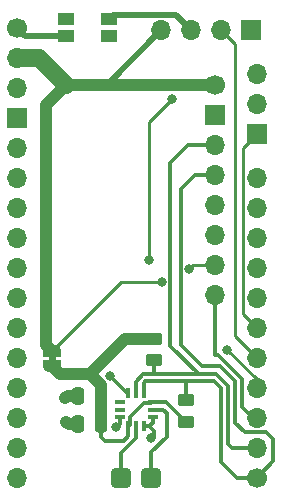
<source format=gbr>
%TF.GenerationSoftware,KiCad,Pcbnew,8.0.4*%
%TF.CreationDate,2024-08-29T19:37:46+02:00*%
%TF.ProjectId,wireless-wizard-wand,77697265-6c65-4737-932d-77697a617264,rev?*%
%TF.SameCoordinates,Original*%
%TF.FileFunction,Copper,L1,Top*%
%TF.FilePolarity,Positive*%
%FSLAX46Y46*%
G04 Gerber Fmt 4.6, Leading zero omitted, Abs format (unit mm)*
G04 Created by KiCad (PCBNEW 8.0.4) date 2024-08-29 19:37:46*
%MOMM*%
%LPD*%
G01*
G04 APERTURE LIST*
G04 Aperture macros list*
%AMRoundRect*
0 Rectangle with rounded corners*
0 $1 Rounding radius*
0 $2 $3 $4 $5 $6 $7 $8 $9 X,Y pos of 4 corners*
0 Add a 4 corners polygon primitive as box body*
4,1,4,$2,$3,$4,$5,$6,$7,$8,$9,$2,$3,0*
0 Add four circle primitives for the rounded corners*
1,1,$1+$1,$2,$3*
1,1,$1+$1,$4,$5*
1,1,$1+$1,$6,$7*
1,1,$1+$1,$8,$9*
0 Add four rect primitives between the rounded corners*
20,1,$1+$1,$2,$3,$4,$5,0*
20,1,$1+$1,$4,$5,$6,$7,0*
20,1,$1+$1,$6,$7,$8,$9,0*
20,1,$1+$1,$8,$9,$2,$3,0*%
%AMFreePoly0*
4,1,25,-0.850000,0.425000,-0.829199,0.556332,-0.768832,0.674809,-0.674809,0.768832,-0.556332,0.829199,-0.425000,0.850000,0.425000,0.850000,0.556332,0.829199,0.674809,0.768832,0.768832,0.674809,0.829199,0.556332,0.850000,0.425000,0.850000,-0.425000,0.829199,-0.556332,0.768832,-0.674809,0.674809,-0.768832,0.556332,-0.829199,0.425000,-0.850000,-0.425000,-0.850000,-0.556332,-0.829199,
-0.674809,-0.768832,-0.768832,-0.674809,-0.829199,-0.556332,-0.850000,-0.425000,-0.850000,0.425000,-0.850000,0.425000,$1*%
%AMFreePoly1*
4,1,19,0.500000,-0.750000,0.000000,-0.750000,0.000000,-0.744911,-0.071157,-0.744911,-0.207708,-0.704816,-0.327430,-0.627875,-0.420627,-0.520320,-0.479746,-0.390866,-0.500000,-0.250000,-0.500000,0.250000,-0.479746,0.390866,-0.420627,0.520320,-0.327430,0.627875,-0.207708,0.704816,-0.071157,0.744911,0.000000,0.744911,0.000000,0.750000,0.500000,0.750000,0.500000,-0.750000,0.500000,-0.750000,
$1*%
%AMFreePoly2*
4,1,19,0.000000,0.744911,0.071157,0.744911,0.207708,0.704816,0.327430,0.627875,0.420627,0.520320,0.479746,0.390866,0.500000,0.250000,0.500000,-0.250000,0.479746,-0.390866,0.420627,-0.520320,0.327430,-0.627875,0.207708,-0.704816,0.071157,-0.744911,0.000000,-0.744911,0.000000,-0.750000,-0.500000,-0.750000,-0.500000,0.750000,0.000000,0.750000,0.000000,0.744911,0.000000,0.744911,
$1*%
G04 Aperture macros list end*
%TA.AperFunction,EtchedComponent*%
%ADD10C,0.000000*%
%TD*%
%TA.AperFunction,ComponentPad*%
%ADD11R,1.700000X1.700000*%
%TD*%
%TA.AperFunction,ComponentPad*%
%ADD12O,1.700000X1.700000*%
%TD*%
%TA.AperFunction,SMDPad,CuDef*%
%ADD13RoundRect,0.250000X-0.450000X0.262500X-0.450000X-0.262500X0.450000X-0.262500X0.450000X0.262500X0*%
%TD*%
%TA.AperFunction,ComponentPad*%
%ADD14C,1.700000*%
%TD*%
%TA.AperFunction,SMDPad,CuDef*%
%ADD15RoundRect,0.250000X0.250000X0.475000X-0.250000X0.475000X-0.250000X-0.475000X0.250000X-0.475000X0*%
%TD*%
%TA.AperFunction,SMDPad,CuDef*%
%ADD16R,1.400000X1.050000*%
%TD*%
%TA.AperFunction,ComponentPad*%
%ADD17FreePoly0,270.000000*%
%TD*%
%TA.AperFunction,SMDPad,CuDef*%
%ADD18R,0.950000X0.350000*%
%TD*%
%TA.AperFunction,SMDPad,CuDef*%
%ADD19R,0.350000X0.950000*%
%TD*%
%TA.AperFunction,SMDPad,CuDef*%
%ADD20RoundRect,0.250000X0.450000X-0.262500X0.450000X0.262500X-0.450000X0.262500X-0.450000X-0.262500X0*%
%TD*%
%TA.AperFunction,SMDPad,CuDef*%
%ADD21FreePoly1,90.000000*%
%TD*%
%TA.AperFunction,SMDPad,CuDef*%
%ADD22FreePoly2,90.000000*%
%TD*%
%TA.AperFunction,ViaPad*%
%ADD23C,0.800000*%
%TD*%
%TA.AperFunction,Conductor*%
%ADD24C,1.000000*%
%TD*%
%TA.AperFunction,Conductor*%
%ADD25C,0.350000*%
%TD*%
%TA.AperFunction,Conductor*%
%ADD26C,0.500000*%
%TD*%
%TA.AperFunction,Conductor*%
%ADD27C,0.127000*%
%TD*%
%TA.AperFunction,Conductor*%
%ADD28C,0.250000*%
%TD*%
%TA.AperFunction,Conductor*%
%ADD29C,1.500000*%
%TD*%
G04 APERTURE END LIST*
D10*
%TA.AperFunction,EtchedComponent*%
%TO.C,JP1*%
G36*
X86700000Y-58500000D02*
G01*
X86100000Y-58500000D01*
X86100000Y-58000000D01*
X86700000Y-58000000D01*
X86700000Y-58500000D01*
G37*
%TD.AperFunction*%
%TD*%
D11*
%TO.P,J5,1,Pin_1*%
%TO.N,MIC_CLK*%
X103251000Y-30480000D03*
D12*
%TO.P,J5,2,Pin_2*%
%TO.N,MIC_DOUT*%
X100711000Y-30480000D03*
%TO.P,J5,3,Pin_3*%
%TO.N,GND*%
X98171000Y-30480000D03*
%TO.P,J5,4,Pin_4*%
%TO.N,+3.3V*%
X95631000Y-30480000D03*
%TD*%
D13*
%TO.P,R1,1*%
%TO.N,+3.3VA*%
X95000000Y-56600000D03*
%TO.P,R1,2*%
%TO.N,SCL*%
X95000000Y-58425000D03*
%TD*%
D14*
%TO.P,J2,1,Pin_1*%
%TO.N,SDA*%
X103700000Y-68360000D03*
D12*
%TO.P,J2,2,Pin_2*%
%TO.N,SCL*%
X103700000Y-65820000D03*
%TO.P,J2,3,Pin_3*%
%TO.N,P1.08*%
X103700000Y-63280000D03*
%TO.P,J2,4,Pin_4*%
%TO.N,MIC_CLK*%
X103700000Y-60740000D03*
%TO.P,J2,5,Pin_5*%
%TO.N,MIC_DOUT*%
X103700000Y-58200000D03*
%TO.P,J2,6,Pin_6*%
%TO.N,LED_DIN*%
X103700000Y-55660000D03*
%TO.P,J2,7,Pin_7*%
%TO.N,unconnected-(J2-Pin_7-Pad7)*%
X103700000Y-53120000D03*
%TO.P,J2,8,Pin_8*%
%TO.N,unconnected-(J2-Pin_8-Pad8)*%
X103700000Y-50580000D03*
%TO.P,J2,9,Pin_9*%
%TO.N,unconnected-(J2-Pin_9-Pad9)*%
X103700000Y-48040000D03*
%TO.P,J2,10,Pin_10*%
%TO.N,unconnected-(J2-Pin_10-Pad10)*%
X103700000Y-45500000D03*
%TO.P,J2,11,Pin_11*%
%TO.N,unconnected-(J2-Pin_11-Pad11)*%
X103700000Y-42960000D03*
%TD*%
D14*
%TO.P,J4,1,Pin_1*%
%TO.N,+3.3V*%
X100200000Y-35100000D03*
D11*
%TO.P,J4,2,Pin_2*%
%TO.N,GND*%
X100200000Y-37640000D03*
D12*
%TO.P,J4,3,Pin_3*%
%TO.N,SCL*%
X100200000Y-40180000D03*
%TO.P,J4,4,Pin_4*%
%TO.N,SDA*%
X100200000Y-42720000D03*
%TO.P,J4,5,Pin_5*%
%TO.N,/XDA*%
X100200000Y-45260000D03*
%TO.P,J4,6,Pin_6*%
%TO.N,/XCL*%
X100200000Y-47800000D03*
%TO.P,J4,7,Pin_7*%
%TO.N,+3.3V*%
X100200000Y-50340000D03*
%TO.P,J4,8,Pin_8*%
%TO.N,P1.08*%
X100200000Y-52880000D03*
%TD*%
D15*
%TO.P,C1,1*%
%TO.N,+3.3VA*%
X90500000Y-61400000D03*
%TO.P,C1,2*%
%TO.N,GND*%
X88600000Y-61400000D03*
%TD*%
%TO.P,C2,1*%
%TO.N,+3.3VA*%
X90500000Y-63800000D03*
%TO.P,C2,2*%
%TO.N,GND*%
X88600000Y-63800000D03*
%TD*%
D11*
%TO.P,J6,1,Pin_1*%
%TO.N,LED_DIN*%
X103759000Y-39243000D03*
D12*
%TO.P,J6,2,Pin_2*%
%TO.N,GND*%
X103759000Y-36703000D03*
%TO.P,J6,3,Pin_3*%
%TO.N,+3.3V*%
X103759000Y-34163000D03*
%TD*%
D16*
%TO.P,S1,1,NO_1*%
%TO.N,unconnected-(S1-NO_1-Pad1)*%
X91186000Y-30988000D03*
%TO.P,S1,2,NO_2*%
%TO.N,RST*%
X87586000Y-30988000D03*
%TO.P,S1,3,COM_1*%
%TO.N,GND*%
X91186000Y-29538000D03*
%TO.P,S1,4,COM_2*%
%TO.N,unconnected-(S1-COM_2-Pad4)*%
X87586000Y-29538000D03*
%TD*%
D14*
%TO.P,J1,1,Pin_1*%
%TO.N,RST*%
X83400000Y-30260000D03*
D12*
%TO.P,J1,2,Pin_2*%
%TO.N,+3.3V*%
X83400000Y-32800000D03*
%TO.P,J1,3,Pin_3*%
%TO.N,unconnected-(J1-Pin_3-Pad3)*%
X83400000Y-35340000D03*
D11*
%TO.P,J1,4,Pin_4*%
%TO.N,GND*%
X83400000Y-37880000D03*
D12*
%TO.P,J1,5,Pin_5*%
%TO.N,unconnected-(J1-Pin_5-Pad5)*%
X83400000Y-40420000D03*
%TO.P,J1,6,Pin_6*%
%TO.N,unconnected-(J1-Pin_6-Pad6)*%
X83400000Y-42960000D03*
%TO.P,J1,7,Pin_7*%
%TO.N,unconnected-(J1-Pin_7-Pad7)*%
X83400000Y-45500000D03*
%TO.P,J1,8,Pin_8*%
%TO.N,unconnected-(J1-Pin_8-Pad8)*%
X83400000Y-48040000D03*
%TO.P,J1,9,Pin_9*%
%TO.N,unconnected-(J1-Pin_9-Pad9)*%
X83400000Y-50580000D03*
%TO.P,J1,10,Pin_10*%
%TO.N,unconnected-(J1-Pin_10-Pad10)*%
X83400000Y-53120000D03*
%TO.P,J1,11,Pin_11*%
%TO.N,unconnected-(J1-Pin_11-Pad11)*%
X83400000Y-55660000D03*
%TO.P,J1,12,Pin_12*%
%TO.N,unconnected-(J1-Pin_12-Pad12)*%
X83400000Y-58200000D03*
%TO.P,J1,13,Pin_13*%
%TO.N,unconnected-(J1-Pin_13-Pad13)*%
X83400000Y-60740000D03*
%TO.P,J1,14,Pin_14*%
%TO.N,unconnected-(J1-Pin_14-Pad14)*%
X83400000Y-63280000D03*
%TO.P,J1,15,Pin_15*%
%TO.N,unconnected-(J1-Pin_15-Pad15)*%
X83400000Y-65820000D03*
%TO.P,J1,16,Pin_16*%
%TO.N,unconnected-(J1-Pin_16-Pad16)*%
X83400000Y-68360000D03*
%TD*%
D17*
%TO.P,J3,1,Pin_1*%
%TO.N,/M-*%
X94800000Y-68385000D03*
%TO.P,J3,2,Pin_2*%
%TO.N,/M+*%
X92260000Y-68385000D03*
%TD*%
D18*
%TO.P,U2,1,GPI_2*%
%TO.N,unconnected-(U2-GPI_2-Pad1)*%
X92100000Y-61950000D03*
%TO.P,U2,2,GPI_1*%
%TO.N,unconnected-(U2-GPI_1-Pad2)*%
X92100000Y-62600000D03*
%TO.P,U2,3,GPI_0/_PWM*%
%TO.N,/PWM*%
X92100000Y-63250000D03*
D19*
%TO.P,U2,4,VDD*%
%TO.N,+3.3VA*%
X92850000Y-64000000D03*
%TO.P,U2,5,OUTP*%
%TO.N,/M+*%
X93500000Y-64000000D03*
%TO.P,U2,6,GND_1*%
%TO.N,GND*%
X94150000Y-64000000D03*
D18*
%TO.P,U2,7,GND_2*%
X94900000Y-63250000D03*
%TO.P,U2,8,OUTN*%
%TO.N,/M-*%
X94900000Y-62600000D03*
%TO.P,U2,9,VDDIO*%
%TO.N,+3.3VA*%
X94900000Y-61950000D03*
D19*
%TO.P,U2,10,SDA*%
%TO.N,SDA*%
X94150000Y-61200000D03*
%TO.P,U2,11,SCL*%
%TO.N,SCL*%
X93500000Y-61200000D03*
%TO.P,U2,12,NIRQ*%
%TO.N,/IRQ*%
X92850000Y-61200000D03*
%TD*%
D20*
%TO.P,R2,1*%
%TO.N,+3.3VA*%
X97700000Y-63625000D03*
%TO.P,R2,2*%
%TO.N,SDA*%
X97700000Y-61800000D03*
%TD*%
D21*
%TO.P,JP1,1,A*%
%TO.N,+3.3VA*%
X86400000Y-58900000D03*
D22*
%TO.P,JP1,2,B*%
%TO.N,+3.3V*%
X86400000Y-57600000D03*
%TD*%
D23*
%TO.N,GND*%
X87500000Y-61600000D03*
X87600000Y-63600000D03*
X94800000Y-65000000D03*
%TO.N,MIC_CLK*%
X94615000Y-49911000D03*
X101219000Y-57531000D03*
X96520000Y-36322000D03*
%TO.N,+3.3V*%
X95698500Y-51800000D03*
X98001500Y-50700000D03*
%TO.N,/PWM*%
X91800000Y-64100000D03*
%TO.N,/IRQ*%
X91334803Y-59784455D03*
%TD*%
D24*
%TO.N,+3.3VA*%
X86400000Y-58900000D02*
X87100000Y-59600000D01*
D25*
X92950000Y-63900000D02*
X92950000Y-63250000D01*
X92950000Y-63250000D02*
X94150000Y-62050000D01*
D24*
X90500000Y-60500000D02*
X90500000Y-61400000D01*
D25*
X94150000Y-62050000D02*
X94800000Y-62050000D01*
X92850000Y-64000000D02*
X92950000Y-63900000D01*
D24*
X89600000Y-59600000D02*
X90500000Y-60500000D01*
D25*
X92850000Y-64000000D02*
X92850000Y-64850000D01*
D24*
X92600000Y-56600000D02*
X89600000Y-59600000D01*
D25*
X96025000Y-61950000D02*
X97700000Y-63625000D01*
D24*
X87100000Y-59600000D02*
X89600000Y-59600000D01*
D25*
X90850000Y-65250000D02*
X90500000Y-64900000D01*
X92850000Y-64850000D02*
X92450000Y-65250000D01*
D24*
X90500000Y-61400000D02*
X90500000Y-63800000D01*
D25*
X92450000Y-65250000D02*
X90850000Y-65250000D01*
D24*
X95000000Y-56600000D02*
X92600000Y-56600000D01*
D25*
X90500000Y-64900000D02*
X90500000Y-63800000D01*
X94800000Y-62050000D02*
X94900000Y-61950000D01*
X94900000Y-61950000D02*
X96025000Y-61950000D01*
D26*
%TO.N,GND*%
X96871000Y-29180000D02*
X98171000Y-30480000D01*
D25*
X94900000Y-63700000D02*
X94600000Y-64000000D01*
D24*
X88600000Y-61400000D02*
X87700000Y-61400000D01*
D27*
X91186000Y-29538000D02*
X91342000Y-29538000D01*
D25*
X95000000Y-64800000D02*
X94800000Y-65000000D01*
D24*
X87800000Y-63800000D02*
X87600000Y-63600000D01*
D25*
X94150000Y-64000000D02*
X94600000Y-64000000D01*
D27*
X91342000Y-29538000D02*
X91440500Y-29439500D01*
D25*
X94600000Y-64000000D02*
X95000000Y-64400000D01*
X95000000Y-64400000D02*
X95000000Y-64800000D01*
D26*
X91544000Y-29180000D02*
X96871000Y-29180000D01*
D25*
X94900000Y-63250000D02*
X94900000Y-63700000D01*
D26*
X91186000Y-29538000D02*
X91544000Y-29180000D01*
D24*
X87700000Y-61400000D02*
X87500000Y-61600000D01*
X88600000Y-63800000D02*
X87800000Y-63800000D01*
D26*
%TO.N,RST*%
X84128000Y-30988000D02*
X83400000Y-30260000D01*
X87586000Y-30988000D02*
X84128000Y-30988000D01*
D25*
%TO.N,SDA*%
X94150000Y-60350000D02*
X94300000Y-60200000D01*
X100100000Y-60200000D02*
X100700000Y-60800000D01*
X105100000Y-65100000D02*
X104500000Y-64500000D01*
X105100000Y-66960000D02*
X105100000Y-65100000D01*
X101900000Y-60200000D02*
X100600000Y-58900000D01*
X99100000Y-58900000D02*
X97300000Y-57100000D01*
X94150000Y-61200000D02*
X94150000Y-60350000D01*
X98480000Y-42720000D02*
X100200000Y-42720000D01*
X97300000Y-57100000D02*
X97300000Y-43900000D01*
X97700000Y-61800000D02*
X97700000Y-60200000D01*
X102060000Y-68360000D02*
X103700000Y-68360000D01*
X104500000Y-64500000D02*
X104495000Y-64505000D01*
X97300000Y-43900000D02*
X98480000Y-42720000D01*
X102705000Y-64505000D02*
X101900000Y-63700000D01*
X100700000Y-60800000D02*
X100700000Y-67000000D01*
X94300000Y-60200000D02*
X97700000Y-60200000D01*
X101900000Y-63700000D02*
X101900000Y-60200000D01*
X104495000Y-64505000D02*
X102705000Y-64505000D01*
X100600000Y-58900000D02*
X99100000Y-58900000D01*
X100700000Y-67000000D02*
X102060000Y-68360000D01*
X97700000Y-60200000D02*
X100100000Y-60200000D01*
X103700000Y-68360000D02*
X105100000Y-66960000D01*
%TO.N,SCL*%
X95000000Y-59500000D02*
X94900000Y-59600000D01*
X96400000Y-41700000D02*
X97920000Y-40180000D01*
X101300000Y-65500000D02*
X101300000Y-60600000D01*
X101300000Y-60600000D02*
X100300000Y-59600000D01*
X95000000Y-58425000D02*
X95000000Y-59500000D01*
X103700000Y-65820000D02*
X101620000Y-65820000D01*
X98800000Y-59600000D02*
X96400000Y-57200000D01*
X94122182Y-59600000D02*
X93500000Y-60222182D01*
X94900000Y-59600000D02*
X94122182Y-59600000D01*
X98800000Y-59600000D02*
X94900000Y-59600000D01*
X100300000Y-59600000D02*
X98800000Y-59600000D01*
X96400000Y-57200000D02*
X96400000Y-41700000D01*
X97920000Y-40180000D02*
X100200000Y-40180000D01*
X101620000Y-65820000D02*
X101300000Y-65500000D01*
X93500000Y-60222182D02*
X93500000Y-61200000D01*
%TO.N,P1.08*%
X102450000Y-59972182D02*
X100477818Y-58000000D01*
X102450000Y-62350000D02*
X102450000Y-59972182D01*
X100477818Y-58000000D02*
X100200000Y-58000000D01*
X103700000Y-63280000D02*
X103380000Y-63280000D01*
X103380000Y-63280000D02*
X102450000Y-62350000D01*
X100200000Y-58000000D02*
X100200000Y-52880000D01*
D28*
%TO.N,MIC_CLK*%
X94615000Y-49911000D02*
X94615000Y-38227000D01*
X103700000Y-60012000D02*
X101219000Y-57531000D01*
X94615000Y-38227000D02*
X96520000Y-36322000D01*
X103700000Y-60740000D02*
X103700000Y-60012000D01*
%TO.N,MIC_DOUT*%
X101854000Y-56354000D02*
X101854000Y-31623000D01*
X101854000Y-31623000D02*
X100711000Y-30480000D01*
X103700000Y-58200000D02*
X101854000Y-56354000D01*
D25*
%TO.N,/M-*%
X94800000Y-66200000D02*
X94800000Y-68385000D01*
X96100000Y-62900000D02*
X96100000Y-64900000D01*
X95800000Y-62600000D02*
X96100000Y-62900000D01*
X96100000Y-64900000D02*
X94800000Y-66200000D01*
X94900000Y-62600000D02*
X95800000Y-62600000D01*
%TO.N,/M+*%
X93500000Y-65000000D02*
X92260000Y-66240000D01*
X92260000Y-66240000D02*
X92260000Y-68385000D01*
X93500000Y-64000000D02*
X93500000Y-65000000D01*
D26*
%TO.N,+3.3V*%
X95631000Y-30480000D02*
X91011000Y-35100000D01*
D24*
X85900000Y-36800000D02*
X87600000Y-35100000D01*
D28*
X100200000Y-50340000D02*
X98361500Y-50340000D01*
X98361500Y-50340000D02*
X98001500Y-50700000D01*
X95698500Y-51800000D02*
X92200000Y-51800000D01*
X92200000Y-51800000D02*
X86400000Y-57600000D01*
D26*
X91011000Y-35100000D02*
X87600000Y-35100000D01*
D29*
X85300000Y-32800000D02*
X87600000Y-35100000D01*
D24*
X85900000Y-36800000D02*
X85900000Y-57100000D01*
X85900000Y-57100000D02*
X86400000Y-57600000D01*
X87600000Y-35100000D02*
X100200000Y-35100000D01*
D29*
X83400000Y-32800000D02*
X85300000Y-32800000D01*
D25*
%TO.N,/PWM*%
X92100000Y-63800000D02*
X91800000Y-64100000D01*
X92100000Y-63250000D02*
X92100000Y-63800000D01*
%TO.N,/IRQ*%
X92850000Y-61200000D02*
X92750348Y-61200000D01*
X92750348Y-61200000D02*
X91334803Y-59784455D01*
D28*
%TO.N,LED_DIN*%
X103700000Y-55660000D02*
X102525000Y-54485000D01*
X102525000Y-54485000D02*
X102525000Y-40477000D01*
X102525000Y-40477000D02*
X103759000Y-39243000D01*
%TD*%
M02*

</source>
